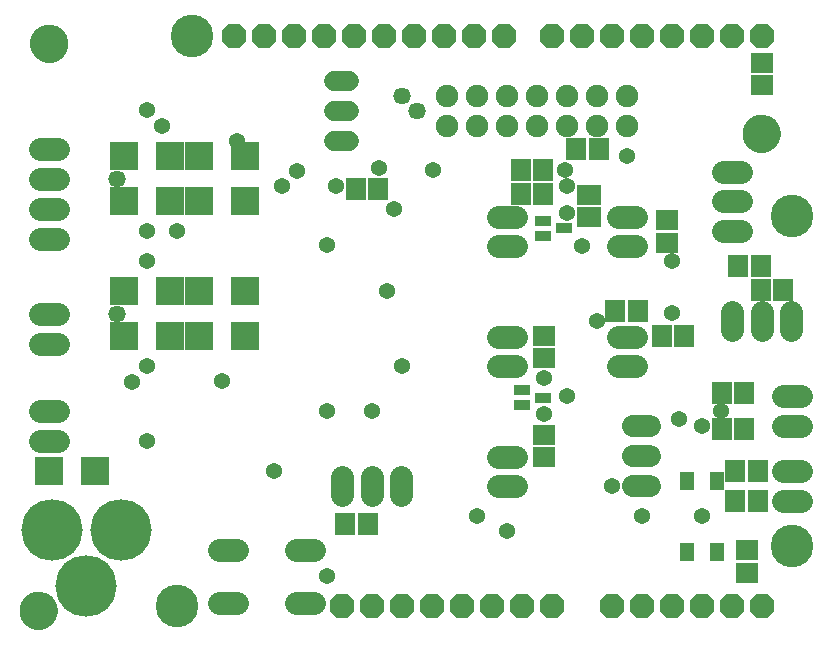
<source format=gbs>
G75*
%MOIN*%
%OFA0B0*%
%FSLAX25Y25*%
%IPPOS*%
%LPD*%
%AMOC8*
5,1,8,0,0,1.08239X$1,22.5*
%
%ADD10C,0.14198*%
%ADD11R,0.06718X0.07506*%
%ADD12R,0.09474X0.09474*%
%ADD13R,0.05537X0.03569*%
%ADD14C,0.07200*%
%ADD15R,0.04750X0.06324*%
%ADD16R,0.07506X0.06718*%
%ADD17R,0.07899X0.06718*%
%ADD18C,0.06800*%
%ADD19C,0.07600*%
%ADD20OC8,0.08200*%
%ADD21C,0.07537*%
%ADD22C,0.07537*%
%ADD23C,0.20498*%
%ADD24C,0.08600*%
%ADD25C,0.05600*%
%ADD26C,0.03765*%
%ADD27C,0.05365*%
%ADD28C,0.04159*%
%ADD29C,0.05759*%
D10*
X0073573Y0015000D03*
X0278573Y0035000D03*
X0278573Y0145000D03*
X0078573Y0205000D03*
D11*
X0133333Y0154000D03*
X0140813Y0154000D03*
X0188333Y0152500D03*
X0195813Y0152500D03*
X0195813Y0160500D03*
X0188333Y0160500D03*
X0206833Y0167500D03*
X0214313Y0167500D03*
X0260833Y0128500D03*
X0268313Y0128500D03*
X0268333Y0120500D03*
X0275813Y0120500D03*
X0242813Y0105000D03*
X0235333Y0105000D03*
X0227313Y0113500D03*
X0219833Y0113500D03*
X0255333Y0086000D03*
X0262813Y0086000D03*
X0262813Y0074000D03*
X0255333Y0074000D03*
X0259833Y0060000D03*
X0267313Y0060000D03*
X0267313Y0050000D03*
X0259833Y0050000D03*
X0137313Y0042500D03*
X0129833Y0042500D03*
D12*
X0046211Y0060000D03*
X0030935Y0060000D03*
X0055935Y0105000D03*
X0071211Y0105000D03*
X0080935Y0105000D03*
X0096211Y0105000D03*
X0096211Y0120000D03*
X0080935Y0120000D03*
X0071211Y0120000D03*
X0055935Y0120000D03*
X0055935Y0150000D03*
X0071211Y0150000D03*
X0080935Y0150000D03*
X0080935Y0165000D03*
X0071211Y0165000D03*
X0055935Y0165000D03*
X0096211Y0165000D03*
X0096211Y0150000D03*
D13*
X0188530Y0087059D03*
X0188530Y0081941D03*
X0195616Y0084500D03*
X0195530Y0138441D03*
X0202616Y0141000D03*
X0195530Y0143559D03*
D14*
X0225773Y0075000D02*
X0231373Y0075000D01*
X0231373Y0065000D02*
X0225773Y0065000D01*
X0225773Y0055000D02*
X0231373Y0055000D01*
D15*
X0243573Y0056811D03*
X0253573Y0056811D03*
X0253573Y0033189D03*
X0243573Y0033189D03*
D16*
X0263573Y0033740D03*
X0263573Y0026260D03*
X0196073Y0064760D03*
X0196073Y0072240D03*
X0196073Y0097760D03*
X0196073Y0105240D03*
X0237073Y0136260D03*
X0237073Y0143740D03*
X0268573Y0188760D03*
X0268573Y0196240D03*
D17*
X0211073Y0152240D03*
X0211073Y0144760D03*
D18*
X0131173Y0170000D02*
X0125973Y0170000D01*
X0125973Y0180000D02*
X0131173Y0180000D01*
X0131173Y0190000D02*
X0125973Y0190000D01*
D19*
X0180573Y0144921D02*
X0186573Y0144921D01*
X0186573Y0135079D02*
X0180573Y0135079D01*
X0220573Y0135079D02*
X0226573Y0135079D01*
X0226573Y0144921D02*
X0220573Y0144921D01*
X0255573Y0140157D02*
X0261573Y0140157D01*
X0261573Y0150000D02*
X0255573Y0150000D01*
X0255573Y0159843D02*
X0261573Y0159843D01*
X0258730Y0113000D02*
X0258730Y0107000D01*
X0268573Y0107000D02*
X0268573Y0113000D01*
X0278415Y0113000D02*
X0278415Y0107000D01*
X0226573Y0104921D02*
X0220573Y0104921D01*
X0220573Y0095079D02*
X0226573Y0095079D01*
X0186573Y0095079D02*
X0180573Y0095079D01*
X0180573Y0104921D02*
X0186573Y0104921D01*
X0186573Y0064921D02*
X0180573Y0064921D01*
X0180573Y0055079D02*
X0186573Y0055079D01*
X0148415Y0058000D02*
X0148415Y0052000D01*
X0138573Y0052000D02*
X0138573Y0058000D01*
X0128730Y0058000D02*
X0128730Y0052000D01*
X0119373Y0033900D02*
X0113373Y0033900D01*
X0093773Y0033900D02*
X0087773Y0033900D01*
X0087773Y0016100D02*
X0093773Y0016100D01*
X0113373Y0016100D02*
X0119373Y0016100D01*
X0034073Y0102579D02*
X0028073Y0102579D01*
X0028073Y0112421D02*
X0034073Y0112421D01*
D20*
X0092573Y0205000D03*
X0102573Y0205000D03*
X0112573Y0205000D03*
X0122573Y0205000D03*
X0132573Y0205000D03*
X0142573Y0205000D03*
X0152573Y0205000D03*
X0162573Y0205000D03*
X0172573Y0205000D03*
X0182573Y0205000D03*
X0198573Y0205000D03*
X0208573Y0205000D03*
X0218573Y0205000D03*
X0228573Y0205000D03*
X0238573Y0205000D03*
X0248573Y0205000D03*
X0258573Y0205000D03*
X0268573Y0205000D03*
X0268573Y0015000D03*
X0258573Y0015000D03*
X0248573Y0015000D03*
X0238573Y0015000D03*
X0228573Y0015000D03*
X0218573Y0015000D03*
X0198573Y0015000D03*
X0188573Y0015000D03*
X0178573Y0015000D03*
X0168573Y0015000D03*
X0158573Y0015000D03*
X0148573Y0015000D03*
X0138573Y0015000D03*
X0128573Y0015000D03*
D21*
X0163573Y0175000D03*
X0173573Y0175000D03*
X0183573Y0175000D03*
X0193573Y0175000D03*
X0203573Y0175000D03*
X0213573Y0175000D03*
X0223573Y0175000D03*
X0223573Y0185000D03*
X0213573Y0185000D03*
X0203573Y0185000D03*
X0193573Y0185000D03*
X0183573Y0185000D03*
X0173573Y0185000D03*
X0163573Y0185000D03*
D22*
X0034041Y0167500D02*
X0028104Y0167500D01*
X0028104Y0157500D02*
X0034041Y0157500D01*
X0034041Y0147500D02*
X0028104Y0147500D01*
X0028104Y0137500D02*
X0034041Y0137500D01*
X0034041Y0080000D02*
X0028104Y0080000D01*
X0028104Y0070000D02*
X0034041Y0070000D01*
X0275604Y0075000D02*
X0281541Y0075000D01*
X0281541Y0085000D02*
X0275604Y0085000D01*
X0275604Y0060000D02*
X0281541Y0060000D01*
X0281541Y0050000D02*
X0275604Y0050000D01*
D23*
X0055148Y0040394D03*
X0043337Y0021890D03*
X0031919Y0040394D03*
D24*
X0025604Y0013500D02*
X0025606Y0013588D01*
X0025612Y0013676D01*
X0025622Y0013764D01*
X0025636Y0013852D01*
X0025653Y0013938D01*
X0025675Y0014024D01*
X0025700Y0014108D01*
X0025730Y0014192D01*
X0025762Y0014274D01*
X0025799Y0014354D01*
X0025839Y0014433D01*
X0025883Y0014510D01*
X0025930Y0014585D01*
X0025980Y0014657D01*
X0026034Y0014728D01*
X0026090Y0014795D01*
X0026150Y0014861D01*
X0026212Y0014923D01*
X0026278Y0014983D01*
X0026345Y0015039D01*
X0026416Y0015093D01*
X0026488Y0015143D01*
X0026563Y0015190D01*
X0026640Y0015234D01*
X0026719Y0015274D01*
X0026799Y0015311D01*
X0026881Y0015343D01*
X0026965Y0015373D01*
X0027049Y0015398D01*
X0027135Y0015420D01*
X0027221Y0015437D01*
X0027309Y0015451D01*
X0027397Y0015461D01*
X0027485Y0015467D01*
X0027573Y0015469D01*
X0027661Y0015467D01*
X0027749Y0015461D01*
X0027837Y0015451D01*
X0027925Y0015437D01*
X0028011Y0015420D01*
X0028097Y0015398D01*
X0028181Y0015373D01*
X0028265Y0015343D01*
X0028347Y0015311D01*
X0028427Y0015274D01*
X0028506Y0015234D01*
X0028583Y0015190D01*
X0028658Y0015143D01*
X0028730Y0015093D01*
X0028801Y0015039D01*
X0028868Y0014983D01*
X0028934Y0014923D01*
X0028996Y0014861D01*
X0029056Y0014795D01*
X0029112Y0014728D01*
X0029166Y0014657D01*
X0029216Y0014585D01*
X0029263Y0014510D01*
X0029307Y0014433D01*
X0029347Y0014354D01*
X0029384Y0014274D01*
X0029416Y0014192D01*
X0029446Y0014108D01*
X0029471Y0014024D01*
X0029493Y0013938D01*
X0029510Y0013852D01*
X0029524Y0013764D01*
X0029534Y0013676D01*
X0029540Y0013588D01*
X0029542Y0013500D01*
X0029540Y0013412D01*
X0029534Y0013324D01*
X0029524Y0013236D01*
X0029510Y0013148D01*
X0029493Y0013062D01*
X0029471Y0012976D01*
X0029446Y0012892D01*
X0029416Y0012808D01*
X0029384Y0012726D01*
X0029347Y0012646D01*
X0029307Y0012567D01*
X0029263Y0012490D01*
X0029216Y0012415D01*
X0029166Y0012343D01*
X0029112Y0012272D01*
X0029056Y0012205D01*
X0028996Y0012139D01*
X0028934Y0012077D01*
X0028868Y0012017D01*
X0028801Y0011961D01*
X0028730Y0011907D01*
X0028658Y0011857D01*
X0028583Y0011810D01*
X0028506Y0011766D01*
X0028427Y0011726D01*
X0028347Y0011689D01*
X0028265Y0011657D01*
X0028181Y0011627D01*
X0028097Y0011602D01*
X0028011Y0011580D01*
X0027925Y0011563D01*
X0027837Y0011549D01*
X0027749Y0011539D01*
X0027661Y0011533D01*
X0027573Y0011531D01*
X0027485Y0011533D01*
X0027397Y0011539D01*
X0027309Y0011549D01*
X0027221Y0011563D01*
X0027135Y0011580D01*
X0027049Y0011602D01*
X0026965Y0011627D01*
X0026881Y0011657D01*
X0026799Y0011689D01*
X0026719Y0011726D01*
X0026640Y0011766D01*
X0026563Y0011810D01*
X0026488Y0011857D01*
X0026416Y0011907D01*
X0026345Y0011961D01*
X0026278Y0012017D01*
X0026212Y0012077D01*
X0026150Y0012139D01*
X0026090Y0012205D01*
X0026034Y0012272D01*
X0025980Y0012343D01*
X0025930Y0012415D01*
X0025883Y0012490D01*
X0025839Y0012567D01*
X0025799Y0012646D01*
X0025762Y0012726D01*
X0025730Y0012808D01*
X0025700Y0012892D01*
X0025675Y0012976D01*
X0025653Y0013062D01*
X0025636Y0013148D01*
X0025622Y0013236D01*
X0025612Y0013324D01*
X0025606Y0013412D01*
X0025604Y0013500D01*
X0266604Y0172500D02*
X0266606Y0172588D01*
X0266612Y0172676D01*
X0266622Y0172764D01*
X0266636Y0172852D01*
X0266653Y0172938D01*
X0266675Y0173024D01*
X0266700Y0173108D01*
X0266730Y0173192D01*
X0266762Y0173274D01*
X0266799Y0173354D01*
X0266839Y0173433D01*
X0266883Y0173510D01*
X0266930Y0173585D01*
X0266980Y0173657D01*
X0267034Y0173728D01*
X0267090Y0173795D01*
X0267150Y0173861D01*
X0267212Y0173923D01*
X0267278Y0173983D01*
X0267345Y0174039D01*
X0267416Y0174093D01*
X0267488Y0174143D01*
X0267563Y0174190D01*
X0267640Y0174234D01*
X0267719Y0174274D01*
X0267799Y0174311D01*
X0267881Y0174343D01*
X0267965Y0174373D01*
X0268049Y0174398D01*
X0268135Y0174420D01*
X0268221Y0174437D01*
X0268309Y0174451D01*
X0268397Y0174461D01*
X0268485Y0174467D01*
X0268573Y0174469D01*
X0268661Y0174467D01*
X0268749Y0174461D01*
X0268837Y0174451D01*
X0268925Y0174437D01*
X0269011Y0174420D01*
X0269097Y0174398D01*
X0269181Y0174373D01*
X0269265Y0174343D01*
X0269347Y0174311D01*
X0269427Y0174274D01*
X0269506Y0174234D01*
X0269583Y0174190D01*
X0269658Y0174143D01*
X0269730Y0174093D01*
X0269801Y0174039D01*
X0269868Y0173983D01*
X0269934Y0173923D01*
X0269996Y0173861D01*
X0270056Y0173795D01*
X0270112Y0173728D01*
X0270166Y0173657D01*
X0270216Y0173585D01*
X0270263Y0173510D01*
X0270307Y0173433D01*
X0270347Y0173354D01*
X0270384Y0173274D01*
X0270416Y0173192D01*
X0270446Y0173108D01*
X0270471Y0173024D01*
X0270493Y0172938D01*
X0270510Y0172852D01*
X0270524Y0172764D01*
X0270534Y0172676D01*
X0270540Y0172588D01*
X0270542Y0172500D01*
X0270540Y0172412D01*
X0270534Y0172324D01*
X0270524Y0172236D01*
X0270510Y0172148D01*
X0270493Y0172062D01*
X0270471Y0171976D01*
X0270446Y0171892D01*
X0270416Y0171808D01*
X0270384Y0171726D01*
X0270347Y0171646D01*
X0270307Y0171567D01*
X0270263Y0171490D01*
X0270216Y0171415D01*
X0270166Y0171343D01*
X0270112Y0171272D01*
X0270056Y0171205D01*
X0269996Y0171139D01*
X0269934Y0171077D01*
X0269868Y0171017D01*
X0269801Y0170961D01*
X0269730Y0170907D01*
X0269658Y0170857D01*
X0269583Y0170810D01*
X0269506Y0170766D01*
X0269427Y0170726D01*
X0269347Y0170689D01*
X0269265Y0170657D01*
X0269181Y0170627D01*
X0269097Y0170602D01*
X0269011Y0170580D01*
X0268925Y0170563D01*
X0268837Y0170549D01*
X0268749Y0170539D01*
X0268661Y0170533D01*
X0268573Y0170531D01*
X0268485Y0170533D01*
X0268397Y0170539D01*
X0268309Y0170549D01*
X0268221Y0170563D01*
X0268135Y0170580D01*
X0268049Y0170602D01*
X0267965Y0170627D01*
X0267881Y0170657D01*
X0267799Y0170689D01*
X0267719Y0170726D01*
X0267640Y0170766D01*
X0267563Y0170810D01*
X0267488Y0170857D01*
X0267416Y0170907D01*
X0267345Y0170961D01*
X0267278Y0171017D01*
X0267212Y0171077D01*
X0267150Y0171139D01*
X0267090Y0171205D01*
X0267034Y0171272D01*
X0266980Y0171343D01*
X0266930Y0171415D01*
X0266883Y0171490D01*
X0266839Y0171567D01*
X0266799Y0171646D01*
X0266762Y0171726D01*
X0266730Y0171808D01*
X0266700Y0171892D01*
X0266675Y0171976D01*
X0266653Y0172062D01*
X0266636Y0172148D01*
X0266622Y0172236D01*
X0266612Y0172324D01*
X0266606Y0172412D01*
X0266604Y0172500D01*
X0029104Y0202500D02*
X0029106Y0202588D01*
X0029112Y0202676D01*
X0029122Y0202764D01*
X0029136Y0202852D01*
X0029153Y0202938D01*
X0029175Y0203024D01*
X0029200Y0203108D01*
X0029230Y0203192D01*
X0029262Y0203274D01*
X0029299Y0203354D01*
X0029339Y0203433D01*
X0029383Y0203510D01*
X0029430Y0203585D01*
X0029480Y0203657D01*
X0029534Y0203728D01*
X0029590Y0203795D01*
X0029650Y0203861D01*
X0029712Y0203923D01*
X0029778Y0203983D01*
X0029845Y0204039D01*
X0029916Y0204093D01*
X0029988Y0204143D01*
X0030063Y0204190D01*
X0030140Y0204234D01*
X0030219Y0204274D01*
X0030299Y0204311D01*
X0030381Y0204343D01*
X0030465Y0204373D01*
X0030549Y0204398D01*
X0030635Y0204420D01*
X0030721Y0204437D01*
X0030809Y0204451D01*
X0030897Y0204461D01*
X0030985Y0204467D01*
X0031073Y0204469D01*
X0031161Y0204467D01*
X0031249Y0204461D01*
X0031337Y0204451D01*
X0031425Y0204437D01*
X0031511Y0204420D01*
X0031597Y0204398D01*
X0031681Y0204373D01*
X0031765Y0204343D01*
X0031847Y0204311D01*
X0031927Y0204274D01*
X0032006Y0204234D01*
X0032083Y0204190D01*
X0032158Y0204143D01*
X0032230Y0204093D01*
X0032301Y0204039D01*
X0032368Y0203983D01*
X0032434Y0203923D01*
X0032496Y0203861D01*
X0032556Y0203795D01*
X0032612Y0203728D01*
X0032666Y0203657D01*
X0032716Y0203585D01*
X0032763Y0203510D01*
X0032807Y0203433D01*
X0032847Y0203354D01*
X0032884Y0203274D01*
X0032916Y0203192D01*
X0032946Y0203108D01*
X0032971Y0203024D01*
X0032993Y0202938D01*
X0033010Y0202852D01*
X0033024Y0202764D01*
X0033034Y0202676D01*
X0033040Y0202588D01*
X0033042Y0202500D01*
X0033040Y0202412D01*
X0033034Y0202324D01*
X0033024Y0202236D01*
X0033010Y0202148D01*
X0032993Y0202062D01*
X0032971Y0201976D01*
X0032946Y0201892D01*
X0032916Y0201808D01*
X0032884Y0201726D01*
X0032847Y0201646D01*
X0032807Y0201567D01*
X0032763Y0201490D01*
X0032716Y0201415D01*
X0032666Y0201343D01*
X0032612Y0201272D01*
X0032556Y0201205D01*
X0032496Y0201139D01*
X0032434Y0201077D01*
X0032368Y0201017D01*
X0032301Y0200961D01*
X0032230Y0200907D01*
X0032158Y0200857D01*
X0032083Y0200810D01*
X0032006Y0200766D01*
X0031927Y0200726D01*
X0031847Y0200689D01*
X0031765Y0200657D01*
X0031681Y0200627D01*
X0031597Y0200602D01*
X0031511Y0200580D01*
X0031425Y0200563D01*
X0031337Y0200549D01*
X0031249Y0200539D01*
X0031161Y0200533D01*
X0031073Y0200531D01*
X0030985Y0200533D01*
X0030897Y0200539D01*
X0030809Y0200549D01*
X0030721Y0200563D01*
X0030635Y0200580D01*
X0030549Y0200602D01*
X0030465Y0200627D01*
X0030381Y0200657D01*
X0030299Y0200689D01*
X0030219Y0200726D01*
X0030140Y0200766D01*
X0030063Y0200810D01*
X0029988Y0200857D01*
X0029916Y0200907D01*
X0029845Y0200961D01*
X0029778Y0201017D01*
X0029712Y0201077D01*
X0029650Y0201139D01*
X0029590Y0201205D01*
X0029534Y0201272D01*
X0029480Y0201343D01*
X0029430Y0201415D01*
X0029383Y0201490D01*
X0029339Y0201567D01*
X0029299Y0201646D01*
X0029262Y0201726D01*
X0029230Y0201808D01*
X0029200Y0201892D01*
X0029175Y0201976D01*
X0029153Y0202062D01*
X0029136Y0202148D01*
X0029122Y0202236D01*
X0029112Y0202324D01*
X0029106Y0202412D01*
X0029104Y0202500D01*
D25*
X0027573Y0013500D03*
X0268573Y0172500D03*
X0031073Y0202500D03*
D26*
X0063573Y0180583D03*
X0068573Y0175000D03*
X0093573Y0170000D03*
X0113573Y0160000D03*
X0108573Y0155000D03*
X0126790Y0155000D03*
X0141073Y0161035D03*
X0158960Y0160387D03*
X0146073Y0147500D03*
X0123573Y0135283D03*
X0143573Y0120000D03*
X0148573Y0095000D03*
X0138573Y0080000D03*
X0123573Y0080000D03*
X0106073Y0060000D03*
X0088573Y0090000D03*
X0063573Y0095000D03*
X0058573Y0089917D03*
X0063573Y0070000D03*
X0123573Y0025000D03*
X0173573Y0045000D03*
X0183573Y0040000D03*
X0218573Y0055000D03*
X0228573Y0045000D03*
X0248573Y0045000D03*
X0248573Y0075000D03*
X0241073Y0077500D03*
X0255073Y0080000D03*
X0213573Y0110000D03*
X0238573Y0112748D03*
X0238573Y0130000D03*
X0208573Y0135000D03*
X0203573Y0146000D03*
X0203573Y0155000D03*
X0203045Y0160528D03*
X0223573Y0165000D03*
X0196073Y0091000D03*
X0203573Y0085000D03*
X0196073Y0079000D03*
X0073573Y0140000D03*
X0063573Y0140000D03*
X0063573Y0130000D03*
D27*
X0063573Y0130000D03*
X0063573Y0140000D03*
X0073573Y0140000D03*
X0108573Y0155000D03*
X0113573Y0160000D03*
X0126790Y0155000D03*
X0141073Y0161035D03*
X0158960Y0160387D03*
X0146073Y0147500D03*
X0123573Y0135283D03*
X0143573Y0120000D03*
X0148573Y0095000D03*
X0138573Y0080000D03*
X0123573Y0080000D03*
X0106073Y0060000D03*
X0088573Y0090000D03*
X0063573Y0095000D03*
X0058573Y0089917D03*
X0063573Y0070000D03*
X0123573Y0025000D03*
X0173573Y0045000D03*
X0183573Y0040000D03*
X0218573Y0055000D03*
X0228573Y0045000D03*
X0248573Y0045000D03*
X0248573Y0075000D03*
X0241073Y0077500D03*
X0255073Y0080000D03*
X0213573Y0110000D03*
X0238573Y0112748D03*
X0238573Y0130000D03*
X0208573Y0135000D03*
X0203573Y0146000D03*
X0203573Y0155000D03*
X0203045Y0160528D03*
X0223573Y0165000D03*
X0196073Y0091000D03*
X0203573Y0085000D03*
X0196073Y0079000D03*
X0093573Y0170000D03*
X0068573Y0175000D03*
X0063573Y0180583D03*
D28*
X0053573Y0157500D03*
X0053573Y0112500D03*
X0148573Y0185000D03*
X0153573Y0180000D03*
D29*
X0153573Y0180000D03*
X0148573Y0185000D03*
X0053573Y0157500D03*
X0053573Y0112500D03*
M02*

</source>
